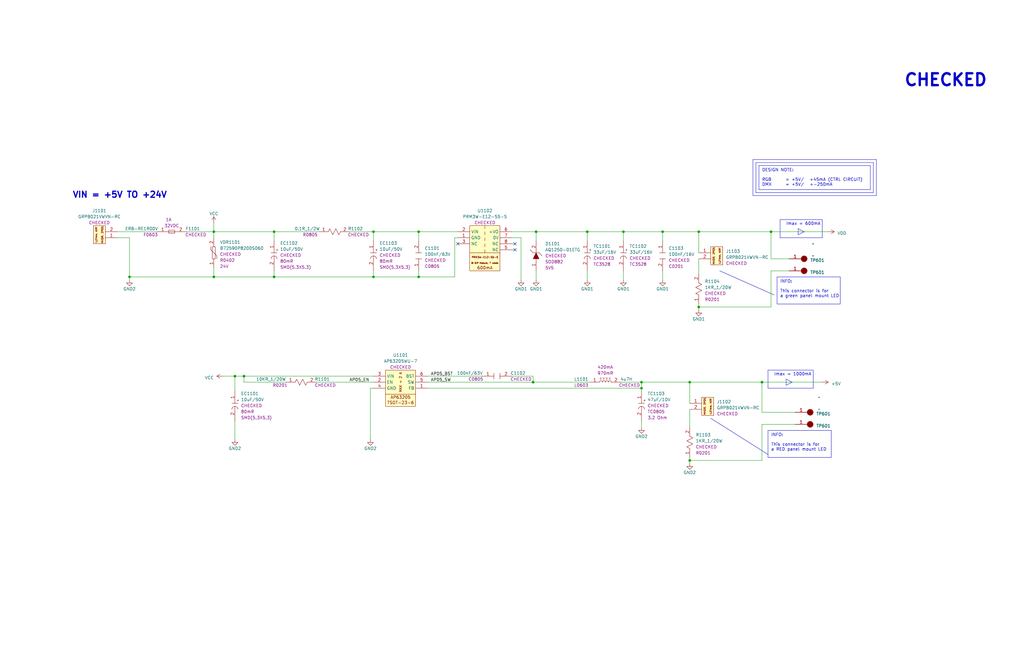
<source format=kicad_sch>
(kicad_sch (version 20230121) (generator eeschema)
  (paper "B")
  (title_block (title "SparkleSplashy") (date "2023-04-25") (company "Siavash Taher Parvar") (comment 1 "Siavash Taher Parvar") (comment 2 "Siavash Taher Parvar") (comment 3 "Siavash Taher Parvar") (comment 4 "_BOM_SpSp_V1.xlsx") (comment 5 "_ASM_SpSp_V1.html") (comment 6 "_GERBER_JLCPCB042023.zip") (comment 8 "No Variant") (comment 9 "N/A"))
  (lib_symbols
    (symbol "_SCHLIB_SparkleSplashy:CAP_100nF/16V"
      (property "Reference" "C" (at 3.81 3.81 0))
      (property "Value" "100nF{slash}16V" (at 7.62 6.35 0))
      (property "SCH CHECK" "CHECKED" (at 6.35 22.86 0))
      (property "Package" "C0201" (at 5.08 25.4 0))
      (symbol "CAP_100nF/16V_0_0"
        (polyline (pts (xy 5.08 1.27) (xy 5.08 -1.27)))
        (polyline (pts (xy 7.62 1.27) (xy 7.62 -1.27)))
      )
      (symbol "CAP_100nF/16V_1_1"
        (pin passive line (at 0 0 0) (length 5.08) (name "") (number "1"))
        (pin passive line (at 12.7 0 180) (length 5.08) (name "") (number "2"))
      )
    )
    (symbol "_SCHLIB_SparkleSplashy:CAP_100nF/63V"
      (property "Reference" "C" (at 3.81 5.08 0))
      (property "Value" "100nF{slash}63V" (at 7.62 7.62 0))
      (property "SCH CHECK" "CHECKED" (at 6.35 22.86 0))
      (property "Package" "C0805" (at 5.08 25.4 0))
      (symbol "CAP_100nF/63V_0_0"
        (polyline (pts (xy 5.08 1.27) (xy 5.08 -1.27)))
        (polyline (pts (xy 7.62 1.27) (xy 7.62 -1.27)))
      )
      (symbol "CAP_100nF/63V_1_1"
        (pin passive line (at 0 0 0) (length 5.08) (name "") (number "1"))
        (pin passive line (at 12.7 0 180) (length 5.08) (name "") (number "2"))
      )
    )
    (symbol "_SCHLIB_SparkleSplashy:CONN_CTP_40MIL" (in_bom no)
      (property "Reference" "TP" (at 2.54 3.81 0))
      (symbol "CONN_CTP_40MIL_0_0"
        (circle (center 6.35 0) (radius 1.27) (fill (type outline)))
      )
      (symbol "CONN_CTP_40MIL_1_1"
        (pin passive line (at 0 0 0) (length 5.08) (name "") (number "1"))
      )
    )
    (symbol "_SCHLIB_SparkleSplashy:CONN_GRPB021VWVN-RC" (in_bom no)
      (property "Reference" "J" (at 2.54 2.54 0))
      (property "Value" "GRPB021VWVN-RC" (at 11.43 5.08 0))
      (property "SCH CHECK" "CHECKED" (at 5.08 20.32 0))
      (symbol "CONN_GRPB021VWVN-RC_0_0"
        (text "1.27mm, VERT" (at 3.81 -3.81 900) (effects (font (size 0.635 0.635))))
        (text "MHDR, 2POS" (at 1.27 -3.81 900) (effects (font (size 0.762 0.762))))
      )
      (symbol "CONN_GRPB021VWVN-RC_0_1"
        (rectangle (start 0 0) (end 5.08 -7.62) (fill (type background)))
      )
      (symbol "CONN_GRPB021VWVN-RC_1_1"
        (pin passive line (at -5.08 -2.54 0) (length 5.08) (name "") (number "1"))
        (pin passive line (at -5.08 -5.08 0) (length 5.08) (name "") (number "2"))
      )
    )
    (symbol "_SCHLIB_SparkleSplashy:ECAP_10uF/50V"
      (property "Reference" "EC" (at 2.54 3.81 0))
      (property "Value" "10uF/50V" (at 2.54 6.35 0))
      (property "SCH CHECK" "CHECKED" (at 2.54 21.59 0))
      (property "ESR" "80mR" (at 2.54 26.67 0))
      (property "Package" "SMD(5.3X5.3)" (at 2.54 24.13 0))
      (symbol "ECAP_10uF/50V_0_0"
        (polyline (pts (xy 5.08 1.27) (xy 5.08 -1.27)))
        (arc (start 7.62 1.27) (mid 6.397 0) (end 7.62 -1.27))
        (text "+" (at 3.81 1.27 900) (effects (font (size 0.762 0.762))))
      )
      (symbol "ECAP_10uF/50V_1_1"
        (pin passive line (at 0 0 0) (length 5.08) (name "") (number "1"))
        (pin passive line (at 12.7 0 180) (length 6.35) (name "") (number "2"))
      )
    )
    (symbol "_SCHLIB_SparkleSplashy:FUSE_ERB-RE1R00V"
      (property "Reference" "F" (at 2.54 5.08 0))
      (property "Value" "ERB-RE1R00V" (at 8.89 7.62 0))
      (property "SCH CHECK" "CHECKED" (at 6.35 22.86 0))
      (property "Package" "F0603" (at 5.08 25.4 0))
      (property "RATED CURRENT" "1A" (at 3.81 27.94 0))
      (property "VOLTAGE RATE" "32VDC" (at 5.08 30.48 0))
      (symbol "FUSE_ERB-RE1R00V_0_0"
        (polyline (pts (xy 5.08 0) (xy 7.62 0)))
        (polyline (pts (xy 5.08 0.635) (xy 5.08 -0.635) (xy 7.62 -0.635) (xy 7.62 0.635) (xy 5.08 0.635)))
      )
      (symbol "FUSE_ERB-RE1R00V_1_1"
        (pin passive line (at 0 0 0) (length 5.08) (name "") (number "1"))
        (pin passive line (at 12.7 0 180) (length 5.08) (name "") (number "2"))
      )
    )
    (symbol "_SCHLIB_SparkleSplashy:INDC_4u7H/420mA"
      (property "Reference" "L" (at 2.54 3.81 0))
      (property "Value" "4u7H" (at 2.54 6.35 0))
      (property "SCH CHECK" "CHECKED" (at 2.54 21.59 0))
      (property "Package" "L0603" (at 2.54 24.13 0))
      (property "CURRENT RATING" "420mA" (at 2.54 26.67 0))
      (property "DCR" "970mR" (at 2.54 29.21 0))
      (symbol "INDC_4u7H/420mA_0_1"
        (polyline (pts (xy 4.064 1.27) (xy 4.699 1.27)))
        (polyline (pts (xy 4.064 1.778) (xy 4.699 1.778)))
        (polyline (pts (xy 5.334 1.27) (xy 5.969 1.27)))
        (polyline (pts (xy 5.334 1.778) (xy 5.969 1.778)))
        (polyline (pts (xy 6.604 1.27) (xy 7.239 1.27)))
        (polyline (pts (xy 6.604 1.778) (xy 7.239 1.778)))
        (polyline (pts (xy 7.874 1.27) (xy 8.509 1.27)))
        (polyline (pts (xy 7.874 1.778) (xy 8.509 1.778)))
        (arc (start 5.08 0) (mid 4.445 0.6238) (end 3.81 0))
        (arc (start 6.35 0.0113) (mid 5.715 0.6351) (end 5.08 0.0113))
        (arc (start 7.62 0.0113) (mid 6.985 0.6351) (end 6.35 0.0113))
        (arc (start 8.89 0.0113) (mid 8.255 0.6351) (end 7.62 0.0113))
      )
      (symbol "INDC_4u7H/420mA_1_1"
        (pin passive line (at 0 0 0) (length 3.81) (name "") (number "1"))
        (pin passive line (at 12.7 0 180) (length 3.81) (name "") (number "2"))
      )
    )
    (symbol "_SCHLIB_SparkleSplashy:PMIC_AP63205WU-7"
      (property "Reference" "U" (at 3.81 3.81 0))
      (property "Value" "AP63205WU-7" (at 10.16 6.35 0))
      (property "SCH CHECK" "CHECKED" (at 7.62 21.59 0))
      (symbol "PMIC_AP63205WU-7_0_0"
        (text "	\nTSOT-23-6" (at 6.35 -12.7 0) (effects (font (size 1.27 1.27))))
        (text "AP63205" (at 6.35 -11.43 0) (effects (font (size 1.27 1.27))))
        (text "MAX = 2 A" (at 6.35 -5.08 900) (effects (font (size 1.016 1.016))))
      )
      (symbol "PMIC_AP63205WU-7_0_1"
        (polyline (pts (xy 0 -10.16) (xy 12.7 -10.16)))
        (rectangle (start 0 0) (end 12.7 -15.24) (fill (type background)))
      )
      (symbol "PMIC_AP63205WU-7_1_1"
        (pin passive line (at 17.78 -7.62 180) (length 5.08) (name "FB") (number "1"))
        (pin passive line (at -5.08 -5.08 0) (length 5.08) (name "EN") (number "2"))
        (pin passive line (at -5.08 -2.54 0) (length 5.08) (name "VIN") (number "3"))
        (pin passive line (at -5.08 -7.62 0) (length 5.08) (name "GND") (number "4"))
        (pin passive line (at 17.78 -5.08 180) (length 5.08) (name "SW") (number "5"))
        (pin passive line (at 17.78 -2.54 180) (length 5.08) (name "BST") (number "6"))
      )
    )
    (symbol "_SCHLIB_SparkleSplashy:PMIC_PRM3W-E12-S5-S"
      (property "Reference" "U" (at 3.81 3.81 0))
      (property "Value" "PRM3W-E12-S5-S" (at 12.7 6.35 0))
      (property "SCH CHECK" "CHECKED" (at 7.62 21.59 0))
      (symbol "PMIC_PRM3W-E12-S5-S_0_0"
        (polyline (pts (xy 11.43 -7.62) (xy 11.43 -8.89)))
        (polyline (pts (xy 11.43 -5.08) (xy 11.43 -6.35)))
        (polyline (pts (xy 11.43 -2.54) (xy 11.43 -3.81)))
        (polyline (pts (xy 11.43 0) (xy 11.43 -1.27)))
        (polyline (pts (xy 11.43 2.54) (xy 11.43 1.27)))
        (polyline (pts (xy 17.78 -8.89) (xy 5.08 -8.89)))
        (rectangle (start 5.08 2.54) (end 17.78 -16.51) (fill (type background)))
        (text "	\n8-SIP Module, 7 Leads" (at 11.43 -12.7 0) (effects (font (size 0.635 0.635))))
        (text "\nPRM3W-E12-S5-S" (at 11.43 -10.16 0) (effects (font (size 0.762 0.762))))
        (text "600mA" (at 11.43 -15.24 0) (effects (font (size 1.27 1.27))))
      )
      (symbol "PMIC_PRM3W-E12-S5-S_1_1"
        (pin passive line (at 0 -2.54 0) (length 5.08) (name "GND") (number "1"))
        (pin passive line (at 0 0 0) (length 5.08) (name "VIN") (number "2"))
        (pin passive line (at 0 -5.08 0) (length 5.08) (name "NC") (number "3"))
        (pin passive line (at 22.86 -7.62 180) (length 5.08) (name "NC") (number "5"))
        (pin passive line (at 22.86 0 180) (length 5.08) (name "+VO") (number "6"))
        (pin passive line (at 22.86 -2.54 180) (length 5.08) (name "0V") (number "7"))
        (pin passive line (at 22.86 -5.08 180) (length 5.08) (name "NC") (number "8"))
      )
    )
    (symbol "_SCHLIB_SparkleSplashy:RES_0.1R_1/2W"
      (property "Reference" "R" (at 3.81 6.35 0))
      (property "Value" "0.1R_1{slash}2W" (at 7.62 8.89 0))
      (property "SCH CHECK" "CHECKED" (at 7.62 24.13 0))
      (property "Package" "R0805" (at 6.35 26.67 0))
      (symbol "RES_0.1R_1/2W_0_0"
        (polyline (pts (xy 3.81 0) (xy 4.445 1.27) (xy 5.715 -1.27) (xy 6.985 1.27) (xy 8.255 -1.27) (xy 8.89 0)))
      )
      (symbol "RES_0.1R_1/2W_1_1"
        (pin passive line (at 0 0 0) (length 3.81) (name "") (number "1"))
        (pin passive line (at 12.7 0 180) (length 3.81) (name "") (number "2"))
      )
    )
    (symbol "_SCHLIB_SparkleSplashy:RES_10KR_1/20W"
      (property "Reference" "R" (at 3.81 6.35 0))
      (property "Value" "10KR_1{slash}20W" (at 8.89 8.89 0))
      (property "SCH CHECK" "CHECKED" (at 7.62 24.13 0))
      (property "Package" "R0201" (at 6.35 26.67 0))
      (symbol "RES_10KR_1/20W_0_0"
        (polyline (pts (xy 3.81 0) (xy 4.445 1.27) (xy 5.715 -1.27) (xy 6.985 1.27) (xy 8.255 -1.27) (xy 8.89 0)))
      )
      (symbol "RES_10KR_1/20W_1_1"
        (pin passive line (at 0 0 0) (length 3.81) (name "") (number "1"))
        (pin passive line (at 12.7 0 180) (length 3.81) (name "") (number "2"))
      )
    )
    (symbol "_SCHLIB_SparkleSplashy:RES_1KR_1/20W"
      (property "Reference" "R" (at 2.54 5.08 0))
      (property "Value" "1KR_1{slash}20W" (at 7.62 7.62 0))
      (property "SCH CHECK" "CHECKED" (at 6.35 22.86 0))
      (property "Package" "R0201" (at 5.08 25.4 0))
      (symbol "RES_1KR_1/20W_0_0"
        (polyline (pts (xy 3.81 0) (xy 4.445 1.27) (xy 5.715 -1.27) (xy 6.985 1.27) (xy 8.255 -1.27) (xy 8.89 0)))
      )
      (symbol "RES_1KR_1/20W_1_1"
        (pin passive line (at 0 0 0) (length 3.81) (name "") (number "1"))
        (pin passive line (at 12.7 0 180) (length 3.81) (name "") (number "2"))
      )
    )
    (symbol "_SCHLIB_SparkleSplashy:TCAP_33uF/16V"
      (property "Reference" "TC" (at 3.81 3.81 0))
      (property "Value" "33uF/16V" (at 3.81 6.35 0))
      (property "SCH CHECK" "CHECKED" (at 3.81 21.59 0))
      (property "Package" "TC3528" (at 3.81 24.13 0))
      (symbol "TCAP_33uF/16V_0_0"
        (polyline (pts (xy 5.08 1.27) (xy 5.08 -1.27)))
        (arc (start 7.62 1.27) (mid 6.397 0) (end 7.62 -1.27))
        (text "+" (at 3.81 1.27 900) (effects (font (size 0.762 0.762))))
      )
      (symbol "TCAP_33uF/16V_1_1"
        (pin passive line (at 0 0 0) (length 5.08) (name "") (number "1"))
        (pin passive line (at 12.7 0 180) (length 6.35) (name "") (number "2"))
      )
    )
    (symbol "_SCHLIB_SparkleSplashy:TCAP_47uF/10V"
      (property "Reference" "TC" (at 3.81 6.35 0))
      (property "Value" "47uF/10V" (at 7.62 8.89 0))
      (property "SCH CHECK" "CHECKED" (at 7.62 24.13 0))
      (property "Package" "TC0805" (at 6.35 26.67 0))
      (property "ESR" "3.2 Ohm" (at 7.62 29.21 0))
      (symbol "TCAP_47uF/10V_0_0"
        (polyline (pts (xy 5.08 1.27) (xy 5.08 -1.27)))
        (arc (start 7.62 1.27) (mid 6.397 0) (end 7.62 -1.27))
        (text "+" (at 3.81 1.27 900) (effects (font (size 0.762 0.762))))
      )
      (symbol "TCAP_47uF/10V_1_1"
        (pin passive line (at 0 0 0) (length 5.08) (name "") (number "1"))
        (pin passive line (at 12.7 0 180) (length 6.35) (name "") (number "2"))
      )
    )
    (symbol "_SCHLIB_SparkleSplashy:TVS_AQ1250-01ETG"
      (property "Reference" "D" (at 3.81 5.08 0))
      (property "Value" "AQ1250-01ETG" (at 10.16 7.62 0))
      (property "SCH CHECK" "CHECKED" (at 7.62 22.86 0))
      (property "Package" "SOD882" (at 6.35 25.4 0))
      (property "VBR" "5V5" (at 5.08 27.94 0))
      (symbol "TVS_AQ1250-01ETG_0_0"
        (polyline (pts (xy 5.08 1.27) (xy 5.08 -1.27) (xy 7.62 0) (xy 5.08 1.27)) (fill (type outline)))
        (polyline (pts (xy 8.89 2.54) (xy 7.62 1.27) (xy 7.62 -1.27) (xy 6.35 -2.54)))
      )
      (symbol "TVS_AQ1250-01ETG_1_1"
        (pin passive line (at 0 0 0) (length 5.08) (name "") (number "1"))
        (pin passive line (at 12.7 0 180) (length 5.08) (name "") (number "2"))
      )
    )
    (symbol "_SCHLIB_SparkleSplashy:TVS_B72590P8200S060"
      (property "Reference" "VDR" (at 3.81 3.81 0))
      (property "Value" "B72590P8200S060" (at 11.43 6.35 0))
      (property "SCH CHECK" "CHECKED" (at 6.35 21.59 0))
      (property "Package" "R0402" (at 5.08 24.13 0))
      (property "MAX DC" "24V" (at 3.81 26.67 0))
      (symbol "TVS_B72590P8200S060_0_1"
        (polyline (pts (xy 8.89 1.27) (xy 7.62 1.27) (xy 5.08 -1.27) (xy 3.81 -1.27)))
        (rectangle (start 3.81 0.635) (end 8.89 -0.635))
      )
      (symbol "TVS_B72590P8200S060_1_1"
        (pin passive line (at 0 0 0) (length 3.81) (name "") (number "1"))
        (pin passive line (at 12.7 0 180) (length 3.81) (name "") (number "2"))
      )
    )
    (symbol "power:+5V" (power) (pin_names (offset 0))
      (property "Value" "+5V" (at 0 3.556 0))
      (symbol "+5V_0_1"
        (polyline (pts (xy -0.762 1.27) (xy 0 2.54)))
        (polyline (pts (xy 0 0) (xy 0 2.54)))
        (polyline (pts (xy 0 2.54) (xy 0.762 1.27)))
      )
      (symbol "+5V_1_1"
        (pin power_in line (at 0 0 90) (length 0) hide (name "+5V") (number "1"))
      )
    )
    (symbol "power:GND1" (power) (pin_names (offset 0))
      (property "Value" "GND1" (at 0 -3.81 0))
      (symbol "GND1_0_1"
        (polyline (pts (xy 0 0) (xy 0 -1.27) (xy 1.27 -1.27) (xy 0 -2.54) (xy -1.27 -1.27) (xy 0 -1.27)))
      )
      (symbol "GND1_1_1"
        (pin power_in line (at 0 0 270) (length 0) hide (name "GND1") (number "1"))
      )
    )
    (symbol "power:GND2" (power) (pin_names (offset 0))
      (property "Value" "GND2" (at 0 -3.81 0))
      (symbol "GND2_0_1"
        (polyline (pts (xy 0 0) (xy 0 -1.27) (xy 1.27 -1.27) (xy 0 -2.54) (xy -1.27 -1.27) (xy 0 -1.27)))
      )
      (symbol "GND2_1_1"
        (pin power_in line (at 0 0 270) (length 0) hide (name "GND2") (number "1"))
      )
    )
    (symbol "power:VCC" (power) (pin_names (offset 0))
      (property "Value" "VCC" (at 0 3.81 0))
      (symbol "VCC_0_1"
        (polyline (pts (xy -0.762 1.27) (xy 0 2.54)))
        (polyline (pts (xy 0 0) (xy 0 2.54)))
        (polyline (pts (xy 0 2.54) (xy 0.762 1.27)))
      )
      (symbol "VCC_1_1"
        (pin power_in line (at 0 0 90) (length 0) hide (name "VCC") (number "1"))
      )
    )
    (symbol "power:VDD" (power) (pin_names (offset 0))
      (property "Value" "VDD" (at 0 3.81 0))
      (symbol "VDD_0_1"
        (polyline (pts (xy -0.762 1.27) (xy 0 2.54)))
        (polyline (pts (xy 0 0) (xy 0 2.54)))
        (polyline (pts (xy 0 2.54) (xy 0.762 1.27)))
      )
      (symbol "VDD_1_1"
        (pin power_in line (at 0 0 90) (length 0) hide (name "VDD") (number "1"))
      )
    )
  )
  (junction (at 54.61 116.84))
  (junction (at 262.89 97.79))
  (junction (at 157.48 116.84))
  (junction (at 115.57 116.84))
  (junction (at 279.4 97.79))
  (junction (at 226.06 97.79))
  (junction (at 247.65 97.79))
  (junction (at 294.64 129.54))
  (junction (at 176.53 116.84))
  (junction (at 270.51 161.29))
  (junction (at 290.83 194.31))
  (junction (at 90.17 116.84))
  (junction (at 102.87 158.75))
  (junction (at 325.12 97.79))
  (junction (at 224.79 161.29))
  (junction (at 115.57 97.79))
  (junction (at 321.31 161.29))
  (junction (at 99.06 158.75))
  (junction (at 90.17 97.79))
  (junction (at 290.83 161.29))
  (junction (at 157.48 97.79))
  (junction (at 294.64 97.79))
  (junction (at 176.53 97.79))
  (junction (at 270.51 163.83))
  (no_connect (at 217.17 102.87))
  (no_connect (at 217.17 105.41))
  (no_connect (at 193.04 102.87))
  (polyline (pts (xy 339.09 97.79) (xy 336.55 96.52)))
  (polyline (pts (xy 334.01 161.29) (xy 331.47 160.02)))
  (polyline (pts (xy 323.85 163.83) (xy 342.9 163.83)))
  (wire (pts (xy 176.53 116.84) (xy 191.77 116.84)))
  (polyline (pts (xy 317.5 67.31) (xy 369.57 67.31)))
  (wire (pts (xy 99.06 158.75) (xy 102.87 158.75)))
  (wire (pts (xy 157.48 114.3) (xy 157.48 116.84)))
  (wire (pts (xy 191.77 100.33) (xy 191.77 116.84)))
  (wire (pts (xy 215.9 97.79) (xy 226.06 97.79)))
  (wire (pts (xy 157.48 101.6) (xy 157.48 97.79)))
  (polyline (pts (xy 368.3 81.28) (xy 318.77 81.28)))
  (polyline (pts (xy 328.93 92.71) (xy 328.93 100.33)))
  (wire (pts (xy 270.51 180.34) (xy 270.51 177.8)))
  (wire (pts (xy 325.12 114.3) (xy 325.12 129.54)))
  (wire (pts (xy 176.53 97.79) (xy 176.53 101.6)))
  (wire (pts (xy 332.74 114.3) (xy 325.12 114.3)))
  (wire (pts (xy 217.17 105.41) (xy 215.9 105.41)))
  (wire (pts (xy 180.34 158.75) (xy 203.2 158.75)))
  (wire (pts (xy 180.34 163.83) (xy 270.51 163.83)))
  (wire (pts (xy 90.17 116.84) (xy 90.17 113.03)))
  (wire (pts (xy 270.51 163.83) (xy 270.51 165.1)))
  (wire (pts (xy 99.06 158.75) (xy 99.06 165.1)))
  (polyline (pts (xy 368.3 68.58) (xy 368.3 81.28)))
  (wire (pts (xy 270.51 163.83) (xy 270.51 161.29)))
  (wire (pts (xy 321.31 173.99) (xy 321.31 161.29)))
  (polyline (pts (xy 317.5 67.31) (xy 317.5 82.55)))
  (wire (pts (xy 176.53 97.79) (xy 193.04 97.79)))
  (polyline (pts (xy 367.03 69.85) (xy 367.03 80.01)))
  (wire (pts (xy 219.71 100.33) (xy 219.71 118.11)))
  (wire (pts (xy 54.61 100.33) (xy 54.61 116.84)))
  (wire (pts (xy 294.64 97.79) (xy 325.12 97.79)))
  (polyline (pts (xy 331.47 160.02) (xy 331.47 162.56)))
  (polyline (pts (xy 323.85 156.21) (xy 342.9 156.21)))
  (wire (pts (xy 279.4 97.79) (xy 294.64 97.79)))
  (wire (pts (xy 147.32 97.79) (xy 157.48 97.79)))
  (wire (pts (xy 325.12 109.22) (xy 325.12 97.79)))
  (wire (pts (xy 156.21 163.83) (xy 157.48 163.83)))
  (wire (pts (xy 120.65 161.29) (xy 102.87 161.29)))
  (polyline (pts (xy 367.03 80.01) (xy 320.04 80.01)))
  (wire (pts (xy 279.4 114.3) (xy 279.4 118.11)))
  (wire (pts (xy 325.12 129.54) (xy 294.64 129.54)))
  (polyline (pts (xy 303.53 114.3) (xy 326.39 124.46)))
  (wire (pts (xy 180.34 161.29) (xy 224.79 161.29)))
  (wire (pts (xy 224.79 161.29) (xy 248.92 161.29)))
  (wire (pts (xy 294.64 128.27) (xy 294.64 129.54)))
  (polyline (pts (xy 369.57 82.55) (xy 317.5 82.55)))
  (wire (pts (xy 261.62 161.29) (xy 270.51 161.29)))
  (wire (pts (xy 90.17 97.79) (xy 90.17 100.33)))
  (polyline (pts (xy 328.93 92.71) (xy 346.71 92.71)))
  (wire (pts (xy 262.89 118.11) (xy 262.89 114.3)))
  (polyline (pts (xy 320.04 69.85) (xy 367.03 69.85)))
  (wire (pts (xy 279.4 97.79) (xy 279.4 101.6)))
  (wire (pts (xy 294.64 97.79) (xy 294.64 106.68)))
  (polyline (pts (xy 336.55 96.52) (xy 336.55 99.06)))
  (wire (pts (xy 115.57 101.6) (xy 115.57 97.79)))
  (wire (pts (xy 102.87 161.29) (xy 102.87 158.75)))
  (wire (pts (xy 226.06 101.6) (xy 226.06 97.79)))
  (wire (pts (xy 78.74 97.79) (xy 90.17 97.79)))
  (wire (pts (xy 102.87 158.75) (xy 157.48 158.75)))
  (wire (pts (xy 262.89 97.79) (xy 262.89 101.6)))
  (wire (pts (xy 157.48 116.84) (xy 176.53 116.84)))
  (wire (pts (xy 290.83 172.72) (xy 290.83 180.34)))
  (polyline (pts (xy 328.93 100.33) (xy 346.71 100.33)))
  (polyline (pts (xy 318.77 68.58) (xy 368.3 68.58)))
  (wire (pts (xy 270.51 161.29) (xy 290.83 161.29)))
  (polyline (pts (xy 331.47 162.56) (xy 334.01 161.29)))
  (wire (pts (xy 332.74 109.22) (xy 325.12 109.22)))
  (wire (pts (xy 54.61 116.84) (xy 54.61 118.11)))
  (wire (pts (xy 290.83 161.29) (xy 290.83 170.18)))
  (wire (pts (xy 215.9 100.33) (xy 219.71 100.33)))
  (wire (pts (xy 115.57 114.3) (xy 115.57 116.84)))
  (wire (pts (xy 247.65 97.79) (xy 262.89 97.79)))
  (wire (pts (xy 290.83 194.31) (xy 290.83 195.58)))
  (polyline (pts (xy 323.85 156.21) (xy 323.85 163.83)))
  (wire (pts (xy 226.06 118.11) (xy 226.06 114.3)))
  (wire (pts (xy 321.31 161.29) (xy 346.71 161.29)))
  (wire (pts (xy 325.12 97.79) (xy 349.25 97.79)))
  (wire (pts (xy 49.53 97.79) (xy 66.04 97.79)))
  (wire (pts (xy 226.06 97.79) (xy 247.65 97.79)))
  (wire (pts (xy 215.9 158.75) (xy 224.79 158.75)))
  (wire (pts (xy 176.53 114.3) (xy 176.53 116.84)))
  (wire (pts (xy 115.57 97.79) (xy 134.62 97.79)))
  (wire (pts (xy 290.83 194.31) (xy 290.83 193.04)))
  (wire (pts (xy 133.35 161.29) (xy 157.48 161.29)))
  (wire (pts (xy 193.04 100.33) (xy 191.77 100.33)))
  (wire (pts (xy 90.17 93.98) (xy 90.17 97.79)))
  (wire (pts (xy 321.31 173.99) (xy 335.28 173.99)))
  (wire (pts (xy 90.17 97.79) (xy 115.57 97.79)))
  (wire (pts (xy 290.83 161.29) (xy 321.31 161.29)))
  (wire (pts (xy 224.79 158.75) (xy 224.79 161.29)))
  (polyline (pts (xy 318.77 68.58) (xy 318.77 81.28)))
  (polyline (pts (xy 299.72 176.53) (xy 323.85 191.77)))
  (wire (pts (xy 321.31 179.07) (xy 335.28 179.07)))
  (wire (pts (xy 262.89 97.79) (xy 279.4 97.79)))
  (wire (pts (xy 157.48 97.79) (xy 176.53 97.79)))
  (wire (pts (xy 90.17 116.84) (xy 115.57 116.84)))
  (wire (pts (xy 93.98 158.75) (xy 99.06 158.75)))
  (wire (pts (xy 156.21 185.42) (xy 156.21 163.83)))
  (wire (pts (xy 49.53 100.33) (xy 54.61 100.33)))
  (wire (pts (xy 54.61 116.84) (xy 90.17 116.84)))
  (polyline (pts (xy 342.9 163.83) (xy 342.9 156.21)))
  (wire (pts (xy 321.31 194.31) (xy 290.83 194.31)))
  (polyline (pts (xy 320.04 69.85) (xy 320.04 80.01)))
  (polyline (pts (xy 369.57 67.31) (xy 369.57 82.55)))
  (wire (pts (xy 99.06 185.42) (xy 99.06 177.8)))
  (wire (pts (xy 294.64 129.54) (xy 294.64 130.81)))
  (wire (pts (xy 247.65 101.6) (xy 247.65 97.79)))
  (wire (pts (xy 115.57 116.84) (xy 157.48 116.84)))
  (polyline (pts (xy 346.71 100.33) (xy 346.71 92.71)))
  (polyline (pts (xy 336.55 99.06) (xy 339.09 97.79)))
  (wire (pts (xy 321.31 179.07) (xy 321.31 194.31)))
  (wire (pts (xy 247.65 118.11) (xy 247.65 114.3)))
  (wire (pts (xy 217.17 102.87) (xy 215.9 102.87)))
  (wire (pts (xy 294.64 109.22) (xy 294.64 115.57)))
  (rectangle (start 323.85 181.61) (end 350.52 193.04))
  (rectangle (start 327.66 116.84) (end 354.33 128.27))
  (text "INFO:\n\nThis connector is for\na green panel mount LED" (at 328.93 125.73 0) (effects (font (size 1.27 1.27)) (justify left bottom)))
  (text "DESIGN NOTE:\n\nRGB		= +5V/	+45mA (CTRL CIRCUIT)\nDMX		= +5V/	+-250mA" (at 321.31 78.74 0) (effects (font (size 1.27 1.27)) (justify left bottom)))
  (text "INFO:\n\nThis connector is for\na RED panel mount LED" (at 325.12 190.5 0) (effects (font (size 1.27 1.27)) (justify left bottom)))
  (text "CHECKED" (at 381 36.83 0) (effects (font (size 5 5) bold) (justify left bottom)))
  (text "Imax = 600mA" (at 331.47 95.25 0) (effects (font (size 1.27 1.27)) (justify left bottom)))
  (text "VIN = +5V TO +24V" (at 30.48 83.82 0) (effects (font (size 2.54 2.54) (thickness 0.508) bold) (justify left bottom)))
  (text "Imax = 1000mA" (at 326.39 158.75 0) (effects (font (size 1.27 1.27)) (justify left bottom)))
  (label "AP05_SW" (at 181.61 161.29 0))
  (label "AP05_BST" (at 181.61 158.75 0))
  (label "AP05_EN" (at 147.32 161.29 0))
  (symbol (lib_id "power:GND1") (at 247.65 118.11 0) (unit 1)
    (property "Reference" "#PWR01108" (effects hide))
    (property "Value" "GND1" (at 247.65 121.92 0))
  )
  (symbol (lib_id "_SCHLIB_SparkleSplashy:TCAP_47uF/10V") (at 270.51 165.1 270) (unit 1)
    (property "Reference" "TC1103" (at 273.05 166.1199 90) (effects (justify left)))
    (property "Value" "47uF/10V" (at 273.05 168.6599 90) (effects (justify left)))
    (property "Footprint" "Capacitor_Tantalum_SMD:CP_EIA-2012-12_Kemet-R" (effects hide))
    (property "Datasheet" "https://datasheets.kyocera-avx.com/TLJ.pdf" (effects hide))
    (property "Description" "47 µF Molded Tantalum Capacitors 10 V 0805 (2012 Metric) 3.2Ohm" (effects hide))
    (property "Part Number" "TLJR476M010R3200" (effects hide))
    (property "Link" "https://www.digikey.ca/en/products/detail/kyocera-avx/TLJR476M010R3200/2197008" (effects hide))
    (property "SCH CHECK" "CHECKED" (at 273.05 171.1999 90) (effects (justify left)))
    (property "Package" "TC0805" (at 273.05 173.7399 90) (effects (justify left)))
    (property "ESR" "3.2 Ohm" (at 273.05 176.2799 90) (effects (justify left)))
  )
  (symbol (lib_id "power:+5V") (at 346.71 161.29 270) (unit 1)
    (property "Reference" "#PWR?" (effects hide))
    (property "Value" "+5V" (at 350.52 161.925 90) (effects (justify left)))
    (instances (project "_HW_SparkleSplashy" (path "" (reference "#PWR?") (unit 1)) (path "" (reference "#PWR01114") (unit 1))))
  )
  (symbol (lib_id "power:GND1") (at 294.64 130.81 0) (unit 1)
    (property "Reference" "#PWR01113" (effects hide))
    (property "Value" "GND1" (at 294.64 134.62 0))
  )
  (symbol (lib_id "power:GND2") (at 99.06 185.42 0) (unit 1)
    (property "Reference" "#PWR01104" (effects hide))
    (property "Value" "GND2" (at 99.06 189.23 0))
  )
  (symbol (lib_id "_SCHLIB_SparkleSplashy:RES_10KR_1/20W") (at 120.65 161.29 0) (unit 1)
    (property "Reference" "R1101" (at 135.89 160.02 0))
    (property "Value" "10KR_1/20W" (at 114.3 160.02 0))
    (property "Footprint" "Resistor_SMD:R_0201_0603Metric" (effects hide))
    (property "Datasheet" "https://www.seielect.com/Catalog/SEI-RMCF_RMCP.pdf" (effects hide))
    (property "Description" "10 kOhms ±1% 0.05W, 1/20W Chip Resistor 0201 (0603 Metric) Thick Film" (effects hide))
    (property "Part Number" "RMCF0201FT10K0" (effects hide))
    (property "Link" "https://www.digikey.ca/en/products/detail/stackpole-electronics-inc/RMCF0201FT10K0/1714990" (effects hide))
    (property "SCH CHECK" "CHECKED" (at 137.16 162.56 0))
    (property "Package" "R0201" (at 118.11 162.56 0))
  )
  (symbol (lib_id "_SCHLIB_SparkleSplashy:CONN_CTP_40MIL") (at 335.28 173.99 0) (unit 1) (in_bom no)
    (property "Reference" "TP601" (at 344.17 174.625 0) (effects (justify left)))
    (property "Value" "~" (at 345.44 167.64 0))
    (property "Footprint" "TestPoint:TestPoint_Pad_D1.0mm" (effects hide))
    (instances (project "_HW_SparkleSplashy" (path "" (reference "TP601") (unit 1)) (path "" (reference "TP1203") (unit 1)) (path "" (reference "TP1103") (unit 1))))
  )
  (symbol (lib_id "power:VCC") (at 93.98 158.75 90) (unit 1)
    (property "Reference" "#PWR01103" (effects hide))
    (property "Value" "VCC" (at 90.17 159.385 90) (effects (justify left)))
  )
  (symbol (lib_id "_SCHLIB_SparkleSplashy:CONN_CTP_40MIL") (at 332.74 114.3 0) (unit 1) (in_bom no)
    (property "Reference" "TP601" (at 341.63 114.935 0) (effects (justify left)))
    (property "Value" "~" (at 342.9 107.95 0))
    (property "Footprint" "TestPoint:TestPoint_Pad_D1.0mm" (effects hide))
    (instances (project "_HW_SparkleSplashy" (path "" (reference "TP601") (unit 1)) (path "" (reference "TP1204") (unit 1)) (path "" (reference "TP1102") (unit 1))))
  )
  (symbol (lib_id "_SCHLIB_SparkleSplashy:CAP_100nF/63V") (at 203.2 158.75 0) (unit 1)
    (property "Reference" "C1102" (at 218.44 157.48 0))
    (property "Value" "100nF/63V" (at 198.12 157.48 0))
    (property "Footprint" "Capacitor_SMD:C_0805_2012Metric" (effects hide))
    (property "Datasheet" "https://connect.kemet.com:7667/gateway/IntelliData-ComponentDocumentation/1.0/download/datasheet/C0805C104MMREC7210" (effects hide))
    (property "Description" "0.1 µF ±20% 63V Ceramic Capacitor X7R 0805 (2012 Metric)" (effects hide))
    (property "Part Number" "C0805C104MMREC7210" (effects hide))
    (property "Link" "https://www.digikey.ca/en/products/detail/kemet/C0805C104MMREC7210/8645408" (effects hide))
    (property "SCH CHECK" "CHECKED" (at 219.71 160.02 0))
    (property "Package" "C0805" (at 200.66 160.02 0))
  )
  (symbol (lib_id "_SCHLIB_SparkleSplashy:RES_1KR_1/20W") (at 290.83 193.04 90) (unit 1)
    (property "Reference" "R1103" (at 293.37 183.515 90) (effects (justify right)))
    (property "Value" "1KR_1/20W" (at 293.37 186.055 90) (effects (justify right)))
    (property "Footprint" "Resistor_SMD:R_0201_0603Metric" (effects hide))
    (property "Datasheet" "https://www.seielect.com/Catalog/SEI-RMCF_RMCP.pdf" (effects hide))
    (property "Description" "1 kOhms ±1% 0.05W, 1/20W Chip Resistor 0201 (0603 Metric) Thick Film" (effects hide))
    (property "Part Number" "RMCF0201FT1K00" (effects hide))
    (property "Link" "https://www.digikey.ca/en/products/detail/stackpole-electronics-inc/RMCF0201FT1K00/1714998" (effects hide))
    (property "SCH CHECK" "CHECKED" (at 293.37 188.595 90) (effects (justify right)))
    (property "Package" "R0201" (at 293.37 191.135 90) (effects (justify right)))
  )
  (symbol (lib_id "_SCHLIB_SparkleSplashy:TVS_B72590P8200S060") (at 90.17 113.03 90) (unit 1)
    (property "Reference" "VDR1101" (at 92.71 102.235 90) (effects (justify right)))
    (property "Value" "B72590P8200S060" (at 92.71 104.775 90) (effects (justify right)))
    (property "Footprint" "Resistor_SMD:R_0402_1005Metric" (effects hide))
    (property "Datasheet" "https://product.tdk.com/en/system/files?file=dam/doc/product/protection/voltage/varistor_ctvs/data_sheet/75/db/ctvs_14/automotive_series.pdf" (effects hide))
    (property "Description" "100 V Varistor 1 Circuit Surface Mount, MLCV 0402 (1005 Metric)" (effects hide))
    (property "Part Number" "B72590P8200S060" (effects hide))
    (property "Link" "https://www.digikey.ca/en/products/detail/epcos-tdk-electronics/B72590P8200S060/13245873" (effects hide))
    (property "SCH CHECK" "CHECKED" (at 92.71 107.315 90) (effects (justify right)))
    (property "Package" "R0402" (at 92.71 109.855 90) (effects (justify right)))
    (property "MAX DC" "24V" (at 92.71 112.395 90) (effects (justify right)))
  )
  (symbol (lib_id "_SCHLIB_SparkleSplashy:PMIC_PRM3W-E12-S5-S") (at 193.04 97.79 0) (unit 1)
    (property "Reference" "U1102" (at 204.47 88.9 0))
    (property "Value" "PRM3W-E12-S5-S" (at 204.47 91.44 0))
    (property "Footprint" "Converter_DCDC:Converter_DCDC_XP_POWER-ITxxxxxS_THT" (effects hide))
    (property "Datasheet" "https://www.cui.com/product/resource/prm3w-s.pdf" (effects hide))
    (property "Description" "Isolated Module DC DC Converter 1 Output 5V 600mA 4.5V - 36V Input" (effects hide))
    (property "Part Number" "PRM3W-E12-S5-S" (effects hide))
    (property "Link" "https://www.digikey.ca/en/products/detail/cui-inc/PRM3W-E12-S5-S/13574056" (effects hide))
    (property "SCH CHECK" "CHECKED" (at 204.47 93.98 0))
  )
  (symbol (lib_id "_SCHLIB_SparkleSplashy:CONN_CTP_40MIL") (at 335.28 179.07 0) (unit 1) (in_bom no)
    (property "Reference" "TP601" (at 344.17 179.705 0) (effects (justify left)))
    (property "Value" "~" (at 345.44 172.72 0))
    (property "Footprint" "TestPoint:TestPoint_Pad_D1.0mm" (effects hide))
    (instances (project "_HW_SparkleSplashy" (path "" (reference "TP601") (unit 1)) (path "" (reference "TP1204") (unit 1)) (path "" (reference "TP1104") (unit 1))))
  )
  (symbol (lib_id "power:GND2") (at 270.51 180.34 0) (unit 1)
    (property "Reference" "#PWR01110" (effects hide))
    (property "Value" "GND2" (at 270.51 184.15 0))
  )
  (symbol (lib_id "_SCHLIB_SparkleSplashy:RES_0.1R_1/2W") (at 134.62 97.79 0) (unit 1)
    (property "Reference" "R1102" (at 149.86 96.52 0))
    (property "Value" "0.1R_1/2W" (at 129.54 96.52 0))
    (property "Footprint" "Resistor_SMD:R_0805_2012Metric" (effects hide))
    (property "Datasheet" "https://industrial.panasonic.com/cdbs/www-data/pdf/RDN0000/AOA0000C313.pdf" (effects hide))
    (property "Description" "100 mOhms ±1% 0.5W, 1/2W Chip Resistor 0805 (2012 Metric) Automotive AEC-Q200, Current Sense Thick Film" (effects hide))
    (property "Part Number" "ERJ-6DSFR10V" (effects hide))
    (property "Link" "https://www.digikey.ca/en/products/detail/panasonic-electronic-components/ERJ-6DSFR10V/6004391" (effects hide))
    (property "SCH CHECK" "CHECKED" (at 151.13 99.06 0))
    (property "Package" "R0805" (at 130.81 99.06 0))
  )
  (symbol (lib_id "_SCHLIB_SparkleSplashy:ECAP_10uF/50V") (at 115.57 101.6 270) (unit 1)
    (property "Reference" "EC1102" (at 118.11 102.6199 90) (effects (justify left)))
    (property "Value" "10uF/50V" (at 118.11 105.1599 90) (effects (justify left)))
    (property "Footprint" "Capacitor_SMD:CP_Elec_5x5.3" (effects hide))
    (property "Datasheet" "https://industrial.panasonic.com/cdbs/www-data/pdf/AAB8000/AAB8000C226.pdf" (effects hide))
    (property "Description" "10 µF 50 V Aluminum - Polymer Capacitors Radial, Can - SMD 80mOhm 1000 Hrs @ 125°C" (effects hide))
    (property "Part Number" "50SVPK10M" (effects hide))
    (property "Link" "https://www.digikey.ca/en/products/detail/panasonic-electronic-components/50SVPK10M/7564810" (effects hide))
    (property "SCH CHECK" "CHECKED" (at 118.11 107.6999 90) (effects (justify left)))
    (property "ESR" "80mR" (at 118.11 110.2399 90) (effects (justify left)))
    (property "Package" "SMD(5.3X5.3)" (at 118.11 112.7799 90) (effects (justify left)))
  )
  (symbol (lib_id "_SCHLIB_SparkleSplashy:CONN_GRPB021VWVN-RC") (at 295.91 167.64 0) (unit 1) (in_bom no)
    (property "Reference" "J1102" (at 302.26 169.545 0) (effects (justify left)))
    (property "Value" "GRPB021VWVN-RC" (at 302.26 172.085 0) (effects (justify left)))
    (property "Footprint" "Connector_PinHeader_1.27mm:PinHeader_1x02_P1.27mm_Vertical" (effects hide))
    (property "Datasheet" "https://s3.amazonaws.com/catalogspreads-pdf/PAGE94-95%20.050%20MALE%20HDR%20ST%20RA%20SMT.pdf" (effects hide))
    (property "Description" "Connector Header Through Hole 2 position 0.050\" (1.27mm)" (effects hide))
    (property "Part Number" "GRPB021VWVN-RC" (effects hide))
    (property "Link" "https://www.digikey.ca/en/products/detail/sullins-connector-solutions/GRPB021VWVN-RC/1786438" (effects hide))
    (property "SCH CHECK" "CHECKED" (at 302.26 174.625 0) (effects (justify left)))
  )
  (symbol (lib_id "power:GND1") (at 226.06 118.11 0) (unit 1)
    (property "Reference" "#PWR01107" (effects hide))
    (property "Value" "GND1" (at 226.06 121.92 0))
  )
  (symbol (lib_id "power:VDD") (at 349.25 97.79 270) (unit 1)
    (property "Reference" "#PWR01115" (effects hide))
    (property "Value" "VDD" (at 353.06 98.425 90) (effects (justify left)))
  )
  (symbol (lib_id "power:GND1") (at 219.71 118.11 0) (unit 1)
    (property "Reference" "#PWR01106" (effects hide))
    (property "Value" "GND1" (at 219.71 121.92 0))
  )
  (symbol (lib_id "power:GND2") (at 290.83 195.58 0) (unit 1)
    (property "Reference" "#PWR01112" (effects hide))
    (property "Value" "GND2" (at 290.83 199.39 0))
  )
  (symbol (lib_id "power:GND1") (at 262.89 118.11 0) (unit 1)
    (property "Reference" "#PWR01109" (effects hide))
    (property "Value" "GND1" (at 262.89 121.92 0))
  )
  (symbol (lib_id "_SCHLIB_SparkleSplashy:PMIC_AP63205WU-7") (at 162.56 156.21 0) (unit 1)
    (property "Reference" "U1101" (at 168.91 149.86 0))
    (property "Value" "AP63205WU-7" (at 168.91 152.4 0))
    (property "Footprint" "Package_TO_SOT_SMD:SOT-23-6" (effects hide))
    (property "Datasheet" "https://www.diodes.com/assets/Datasheets/AP63200-AP63201-AP63203-AP63205.pdf" (effects hide))
    (property "Description" "Buck Switching Regulator IC Positive Fixed 5V 1 Output 2A SOT-23-6 Thin, TSOT-23-6" (effects hide))
    (property "Part Number" "AP63205WU-7" (effects hide))
    (property "Link" "https://www.digikey.ca/en/products/detail/diodes-incorporated/AP63205WU-7/9858424" (effects hide))
    (property "SCH CHECK" "CHECKED" (at 168.91 154.94 0))
  )
  (symbol (lib_id "_SCHLIB_SparkleSplashy:INDC_4u7H/420mA") (at 248.92 161.29 0) (unit 1)
    (property "Reference" "L1101" (at 245.11 160.02 0))
    (property "Value" "4u7H" (at 264.16 160.02 0))
    (property "Footprint" "Inductor_SMD:L_0603_1608Metric" (effects hide))
    (property "Datasheet" "https://www.bourns.com/docs/product-datasheets/cwf1610.pdf" (effects hide))
    (property "Description" "4.7 µH Unshielded Inductor 420 mA 970mOhm 0603 (1608 Metric)" (effects hide))
    (property "Part Number" "CWF1610-4R7K" (effects hide))
    (property "Link" "https://www.digikey.ca/en/products/detail/bourns-inc/CWF1610-4R7K/14644638" (effects hide))
    (property "SCH CHECK" "CHECKED" (at 265.43 162.56 0))
    (property "Package" "L0603" (at 245.11 162.56 0))
    (property "CURRENT RATING" "420mA" (at 255.27 154.94 0))
    (property "DCR" "970mR" (at 255.27 157.48 0))
  )
  (symbol (lib_id "_SCHLIB_SparkleSplashy:TCAP_33uF/16V") (at 247.65 101.6 270) (unit 1)
    (property "Reference" "TC1101" (at 250.19 103.8899 90) (effects (justify left)))
    (property "Value" "33uF/16V" (at 250.19 106.4299 90) (effects (justify left)))
    (property "Footprint" "Capacitor_Tantalum_SMD:CP_EIA-3528-21_Kemet-B" (effects hide))
    (property "Datasheet" "https://datasheets.kyocera-avx.com/TPS.pdf" (effects hide))
    (property "Description" "33 µF Molded Tantalum Capacitors 16 V 1411 (3528 Metric), 1210 350mOhm" (effects hide))
    (property "Part Number" "TPSB336K016R0350" (effects hide))
    (property "Link" "https://www.digikey.ca/en/products/detail/kyocera-avx/TPSB336K016R0350/809540" (effects hide))
    (property "SCH CHECK" "CHECKED" (at 250.19 108.9699 90) (effects (justify left)))
    (property "Package" "TC3528" (at 250.19 111.5099 90) (effects (justify left)))
  )
  (symbol (lib_id "_SCHLIB_SparkleSplashy:CAP_100nF/63V") (at 176.53 114.3 90) (unit 1)
    (property "Reference" "C1101" (at 179.07 104.775 90) (effects (justify right)))
    (property "Value" "100nF/63V" (at 179.07 107.315 90) (effects (justify right)))
    (property "Footprint" "Capacitor_SMD:C_0805_2012Metric" (effects hide))
    (property "Datasheet" "https://connect.kemet.com:7667/gateway/IntelliData-ComponentDocumentation/1.0/download/datasheet/C0805C104MMREC7210" (effects hide))
    (property "Description" "0.1 µF ±20% 63V Ceramic Capacitor X7R 0805 (2012 Metric)" (effects hide))
    (property "Part Number" "C0805C104MMREC7210" (effects hide))
    (property "Link" "https://www.digikey.ca/en/products/detail/kemet/C0805C104MMREC7210/8645408" (effects hide))
    (property "SCH CHECK" "CHECKED" (at 179.07 109.855 90) (effects (justify right)))
    (property "Package" "C0805" (at 179.07 112.395 90) (effects (justify right)))
  )
  (symbol (lib_id "_SCHLIB_SparkleSplashy:TVS_AQ1250-01ETG") (at 226.06 114.3 90) (unit 1)
    (property "Reference" "D1101" (at 229.87 102.87 90) (effects (justify right)))
    (property "Value" "AQ1250-01ETG" (at 229.87 105.41 90) (effects (justify right)))
    (property "Footprint" "_PCBLIB_SparkleSplashy:SOD882" (effects hide))
    (property "Datasheet" "https://www.littelfuse.com/~/media/electronics/datasheets/tvs_diode_arrays/littelfuse_tvs_diode_array_aq1250-01etg_datasheet.pdf.pdf" (effects hide))
    (property "Description" "10V Clamp 50A (8/20µs) Ipp Tvs Diode Surface Mount SOD-882" (effects hide))
    (property "Part Number" "AQ1250-01ETG" (effects hide))
    (property "Link" "https://www.digikey.ca/en/products/detail/littelfuse-inc/AQ1250-01ETG/14317741" (effects hide))
    (property "SCH CHECK" "CHECKED" (at 229.87 107.95 90) (effects (justify right)))
    (property "Package" "SOD882" (at 229.87 110.49 90) (effects (justify right)))
    (property "VBR" "5V5" (at 229.87 113.03 90) (effects (justify right)))
  )
  (symbol (lib_id "_SCHLIB_SparkleSplashy:CONN_GRPB021VWVN-RC") (at 299.72 104.14 0) (unit 1) (in_bom no)
    (property "Reference" "J1103" (at 306.07 106.045 0) (effects (justify left)))
    (property "Value" "GRPB021VWVN-RC" (at 306.07 108.585 0) (effects (justify left)))
    (property "Footprint" "Connector_PinHeader_1.27mm:PinHeader_1x02_P1.27mm_Vertical" (effects hide))
    (property "Datasheet" "https://s3.amazonaws.com/catalogspreads-pdf/PAGE94-95%20.050%20MALE%20HDR%20ST%20RA%20SMT.pdf" (effects hide))
    (property "Description" "Connector Header Through Hole 2 position 0.050\" (1.27mm)" (effects hide))
    (property "Part Number" "GRPB021VWVN-RC" (effects hide))
    (property "Link" "https://www.digikey.ca/en/products/detail/sullins-connector-solutions/GRPB021VWVN-RC/1786438" (effects hide))
    (property "SCH CHECK" "CHECKED" (at 306.07 111.125 0) (effects (justify left)))
  )
  (symbol (lib_id "_SCHLIB_SparkleSplashy:FUSE_ERB-RE1R00V") (at 66.04 97.79 0) (unit 1)
    (property "Reference" "F1101" (at 81.28 96.52 0))
    (property "Value" "ERB-RE1R00V" (at 59.69 96.52 0))
    (property "Footprint" "Fuse:Fuse_0603_1608Metric" (effects hide))
    (property "Datasheet" "https://industrial.panasonic.com/cdbs/www-data/pdf/AFA0000/AFA0000C7.pdf" (effects hide))
    (property "Description" "1 A AC 32 V DC Fuse Board Mount (Cartridge Style Excluded) Surface Mount 0603 (1608 Metric)" (effects hide))
    (property "Part Number" "ERB-RE1R00V" (effects hide))
    (property "Link" "https://www.digikey.ca/en/products/detail/panasonic-electronic-components/ERB-RE1R00V/2796790" (effects hide))
    (property "SCH CHECK" "CHECKED" (at 82.55 99.06 0))
    (property "Package" "F0603" (at 63.5 99.06 0))
    (property "RATED CURRENT" "1A" (at 71.12 92.71 0))
    (property "VOLTAGE RATE" "32VDC" (at 72.39 95.25 0))
  )
  (symbol (lib_id "_SCHLIB_SparkleSplashy:RES_1KR_1/20W") (at 294.64 128.27 90) (unit 1)
    (property "Reference" "R1104" (at 297.18 118.745 90) (effects (justify right)))
    (property "Value" "1KR_1/20W" (at 297.18 121.285 90) (effects (justify right)))
    (property "Footprint" "Resistor_SMD:R_0201_0603Metric" (effects hide))
    (property "Datasheet" "https://www.seielect.com/Catalog/SEI-RMCF_RMCP.pdf" (effects hide))
    (property "Description" "1 kOhms ±1% 0.05W, 1/20W Chip Resistor 0201 (0603 Metric) Thick Film" (effects hide))
    (property "Part Number" "RMCF0201FT1K00" (effects hide))
    (property "Link" "https://www.digikey.ca/en/products/detail/stackpole-electronics-inc/RMCF0201FT1K00/1714998" (effects hide))
    (property "SCH CHECK" "CHECKED" (at 297.18 123.825 90) (effects (justify right)))
    (property "Package" "R0201" (at 297.18 126.365 90) (effects (justify right)))
  )
  (symbol (lib_id "_SCHLIB_SparkleSplashy:ECAP_10uF/50V") (at 157.48 101.6 270) (unit 1)
    (property "Reference" "EC1103" (at 160.02 102.6199 90) (effects (justify left)))
    (property "Value" "10uF/50V" (at 160.02 105.1599 90) (effects (justify left)))
    (property "Footprint" "Capacitor_SMD:CP_Elec_5x5.3" (effects hide))
    (property "Datasheet" "https://industrial.panasonic.com/cdbs/www-data/pdf/AAB8000/AAB8000C226.pdf" (effects hide))
    (property "Description" "10 µF 50 V Aluminum - Polymer Capacitors Radial, Can - SMD 80mOhm 1000 Hrs @ 125°C" (effects hide))
    (property "Part Number" "50SVPK10M" (effects hide))
    (property "Link" "https://www.digikey.ca/en/products/detail/panasonic-electronic-components/50SVPK10M/7564810" (effects hide))
    (property "SCH CHECK" "CHECKED" (at 160.02 107.6999 90) (effects (justify left)))
    (property "ESR" "80mR" (at 160.02 110.2399 90) (effects (justify left)))
    (property "Package" "SMD(5.3X5.3)" (at 160.02 112.7799 90) (effects (justify left)))
  )
  (symbol (lib_id "_SCHLIB_SparkleSplashy:CONN_GRPB021VWVN-RC") (at 44.45 102.87 180) (unit 1) (in_bom no)
    (property "Reference" "J1101" (at 41.91 88.9 0))
    (property "Value" "GRPB021VWVN-RC" (at 41.91 91.44 0))
    (property "Footprint" "Connector_PinHeader_1.27mm:PinHeader_1x02_P1.27mm_Vertical" (effects hide))
    (property "Datasheet" "https://s3.amazonaws.com/catalogspreads-pdf/PAGE94-95%20.050%20MALE%20HDR%20ST%20RA%20SMT.pdf" (effects hide))
    (property "Description" "Connector Header Through Hole 2 position 0.050\" (1.27mm)" (effects hide))
    (property "Part Number" "GRPB021VWVN-RC" (effects hide))
    (property "Link" "https://www.digikey.ca/en/products/detail/sullins-connector-solutions/GRPB021VWVN-RC/1786438" (effects hide))
    (property "SCH CHECK" "CHECKED" (at 41.91 93.98 0))
  )
  (symbol (lib_id "_SCHLIB_SparkleSplashy:TCAP_33uF/16V") (at 262.89 101.6 270) (unit 1)
    (property "Reference" "TC1102" (at 265.43 103.8899 90) (effects (justify left)))
    (property "Value" "33uF/16V" (at 265.43 106.4299 90) (effects (justify left)))
    (property "Footprint" "Capacitor_Tantalum_SMD:CP_EIA-3528-21_Kemet-B" (effects hide))
    (property "Datasheet" "https://datasheets.kyocera-avx.com/TPS.pdf" (effects hide))
    (property "Description" "33 µF Molded Tantalum Capacitors 16 V 1411 (3528 Metric), 1210 350mOhm" (effects hide))
    (property "Part Number" "TPSB336K016R0350" (effects hide))
    (property "Link" "https://www.digikey.ca/en/products/detail/kyocera-avx/TPSB336K016R0350/809540" (effects hide))
    (property "SCH CHECK" "CHECKED" (at 265.43 108.9699 90) (effects (justify left)))
    (property "Package" "TC3528" (at 265.43 111.5099 90) (effects (justify left)))
  )
  (symbol (lib_id "_SCHLIB_SparkleSplashy:ECAP_10uF/50V") (at 99.06 165.1 270) (unit 1)
    (property "Reference" "EC1101" (at 101.6 166.1199 90) (effects (justify left)))
    (property "Value" "10uF/50V" (at 101.6 168.6599 90) (effects (justify left)))
    (property "Footprint" "Capacitor_SMD:CP_Elec_5x5.3" (effects hide))
    (property "Datasheet" "https://industrial.panasonic.com/cdbs/www-data/pdf/AAB8000/AAB8000C226.pdf" (effects hide))
    (property "Description" "10 µF 50 V Aluminum - Polymer Capacitors Radial, Can - SMD 80mOhm 1000 Hrs @ 125°C" (effects hide))
    (property "Part Number" "50SVPK10M" (effects hide))
    (property "Link" "https://www.digikey.ca/en/products/detail/panasonic-electronic-components/50SVPK10M/7564810" (effects hide))
    (property "SCH CHECK" "CHECKED" (at 101.6 171.1999 90) (effects (justify left)))
    (property "ESR" "80mR" (at 101.6 173.7399 90) (effects (justify left)))
    (property "Package" "SMD(5.3X5.3)" (at 101.6 176.2799 90) (effects (justify left)))
  )
  (symbol (lib_id "power:GND2") (at 156.21 185.42 0) (unit 1)
    (property "Reference" "#PWR01105" (effects hide))
    (property "Value" "GND2" (at 156.21 189.23 0))
  )
  (symbol (lib_id "_SCHLIB_SparkleSplashy:CAP_100nF/16V") (at 279.4 101.6 270) (unit 1)
    (property "Reference" "C1103" (at 281.94 104.775 90) (effects (justify left)))
    (property "Value" "100nF/16V" (at 281.94 107.315 90) (effects (justify left)))
    (property "Footprint" "Capacitor_SMD:C_0201_0603Metric" (effects hide))
    (property "Datasheet" "http://www.passivecomponent.com/wp-content/uploads/datasheet/WTC_MLCC_General_Purpose.pdf" (effects hide))
    (property "Description" "0.1 µF ±10% 16V Ceramic Capacitor X5R 0201 (0603 Metric)" (effects hide))
    (property "Part Numbner" "0201X104K160CT" (effects hide))
    (property "Link" "https://www.digikey.ca/en/products/detail/walsin-technology-corporation/0201X104K160CT/9354659" (effects hide))
    (property "SCH CHECK" "CHECKED" (at 281.94 109.855 90) (effects (justify left)))
    (property "Package" "C0201" (at 281.94 112.395 90) (effects (justify left)))
  )
  (symbol (lib_id "power:VCC") (at 90.17 93.98 0) (unit 1)
    (property "Reference" "#PWR01102" (effects hide))
    (property "Value" "VCC" (at 90.17 90.17 0))
  )
  (symbol (lib_id "power:GND2") (at 54.61 118.11 0) (unit 1)
    (property "Reference" "#PWR01101" (effects hide))
    (property "Value" "GND2" (at 54.61 121.92 0))
  )
  (symbol (lib_id "power:GND1") (at 279.4 118.11 0) (unit 1)
    (property "Reference" "#PWR01111" (effects hide))
    (property "Value" "GND1" (at 279.4 121.92 0))
  )
  (symbol (lib_id "_SCHLIB_SparkleSplashy:CONN_CTP_40MIL") (at 332.74 109.22 0) (unit 1) (in_bom no)
    (property "Reference" "TP601" (at 341.63 109.855 0) (effects (justify left)))
    (property "Value" "~" (at 342.9 102.87 0))
    (property "Footprint" "TestPoint:TestPoint_Pad_D1.0mm" (effects hide))
    (instances (project "_HW_SparkleSplashy" (path "" (reference "TP601") (unit 1)) (path "" (reference "TP1203") (unit 1)) (path "" (reference "TP1101") (unit 1))))
  )
)
</source>
